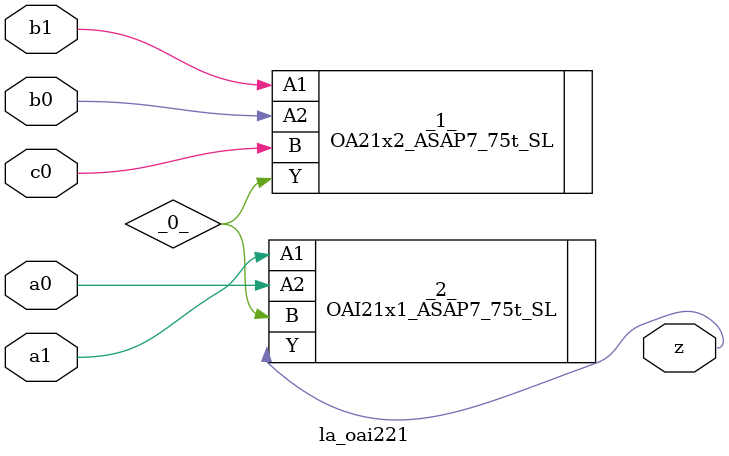
<source format=v>

/* Generated by Yosys 0.44 (git sha1 80ba43d26, g++ 11.4.0-1ubuntu1~22.04 -fPIC -O3) */

(* top =  1  *)
(* src = "inputs/la_oai221.v:10.1-23.10" *)
module la_oai221 (
    a0,
    a1,
    b0,
    b1,
    c0,
    z
);
  wire _0_;
  (* src = "inputs/la_oai221.v:13.12-13.14" *)
  input a0;
  wire a0;
  (* src = "inputs/la_oai221.v:14.12-14.14" *)
  input a1;
  wire a1;
  (* src = "inputs/la_oai221.v:15.12-15.14" *)
  input b0;
  wire b0;
  (* src = "inputs/la_oai221.v:16.12-16.14" *)
  input b1;
  wire b1;
  (* src = "inputs/la_oai221.v:17.12-17.14" *)
  input c0;
  wire c0;
  (* src = "inputs/la_oai221.v:18.12-18.13" *)
  output z;
  wire z;
  OA21x2_ASAP7_75t_SL _1_ (
      .A1(b1),
      .A2(b0),
      .B (c0),
      .Y (_0_)
  );
  OAI21x1_ASAP7_75t_SL _2_ (
      .A1(a1),
      .A2(a0),
      .B (_0_),
      .Y (z)
  );
endmodule

</source>
